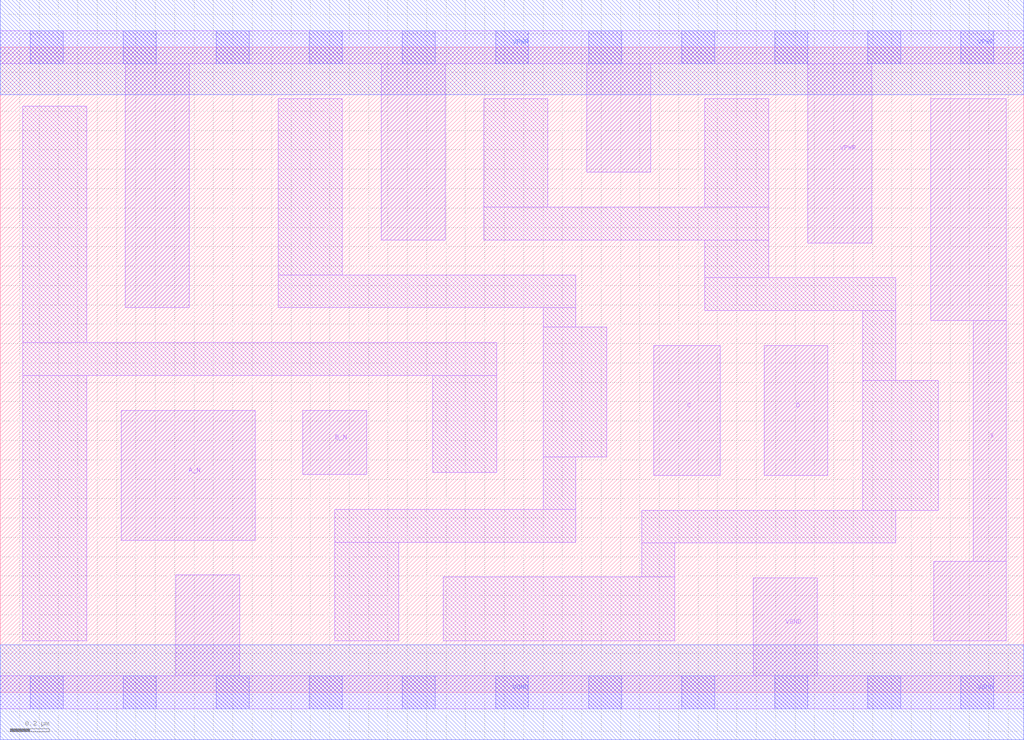
<source format=lef>
# Copyright 2020 The SkyWater PDK Authors
#
# Licensed under the Apache License, Version 2.0 (the "License");
# you may not use this file except in compliance with the License.
# You may obtain a copy of the License at
#
#     https://www.apache.org/licenses/LICENSE-2.0
#
# Unless required by applicable law or agreed to in writing, software
# distributed under the License is distributed on an "AS IS" BASIS,
# WITHOUT WARRANTIES OR CONDITIONS OF ANY KIND, either express or implied.
# See the License for the specific language governing permissions and
# limitations under the License.
#
# SPDX-License-Identifier: Apache-2.0

VERSION 5.7 ;
  NAMESCASESENSITIVE ON ;
  NOWIREEXTENSIONATPIN ON ;
  DIVIDERCHAR "/" ;
  BUSBITCHARS "[]" ;
UNITS
  DATABASE MICRONS 200 ;
END UNITS
MACRO sky130_fd_sc_lp__and4bb_lp
  CLASS CORE ;
  SOURCE USER ;
  FOREIGN sky130_fd_sc_lp__and4bb_lp ;
  ORIGIN  0.000000  0.000000 ;
  SIZE  5.280000 BY  3.330000 ;
  SYMMETRY X Y R90 ;
  SITE unit ;
  PIN A_N
    ANTENNAGATEAREA  0.376000 ;
    DIRECTION INPUT ;
    USE SIGNAL ;
    PORT
      LAYER li1 ;
        RECT 0.625000 0.785000 1.315000 1.455000 ;
    END
  END A_N
  PIN B_N
    ANTENNAGATEAREA  0.376000 ;
    DIRECTION INPUT ;
    USE SIGNAL ;
    PORT
      LAYER li1 ;
        RECT 1.560000 1.125000 1.890000 1.455000 ;
    END
  END B_N
  PIN C
    ANTENNAGATEAREA  0.313000 ;
    DIRECTION INPUT ;
    USE SIGNAL ;
    PORT
      LAYER li1 ;
        RECT 3.370000 1.120000 3.715000 1.790000 ;
    END
  END C
  PIN D
    ANTENNAGATEAREA  0.313000 ;
    DIRECTION INPUT ;
    USE SIGNAL ;
    PORT
      LAYER li1 ;
        RECT 3.940000 1.120000 4.270000 1.790000 ;
    END
  END D
  PIN X
    ANTENNADIFFAREA  0.404700 ;
    DIRECTION OUTPUT ;
    USE SIGNAL ;
    PORT
      LAYER li1 ;
        RECT 4.800000 1.920000 5.190000 3.065000 ;
        RECT 4.815000 0.265000 5.190000 0.675000 ;
        RECT 5.020000 0.675000 5.190000 1.920000 ;
    END
  END X
  PIN VGND
    DIRECTION INOUT ;
    USE GROUND ;
    PORT
      LAYER li1 ;
        RECT 0.000000 -0.085000 5.280000 0.085000 ;
        RECT 0.905000  0.085000 1.235000 0.605000 ;
        RECT 3.885000  0.085000 4.215000 0.590000 ;
      LAYER mcon ;
        RECT 0.155000 -0.085000 0.325000 0.085000 ;
        RECT 0.635000 -0.085000 0.805000 0.085000 ;
        RECT 1.115000 -0.085000 1.285000 0.085000 ;
        RECT 1.595000 -0.085000 1.765000 0.085000 ;
        RECT 2.075000 -0.085000 2.245000 0.085000 ;
        RECT 2.555000 -0.085000 2.725000 0.085000 ;
        RECT 3.035000 -0.085000 3.205000 0.085000 ;
        RECT 3.515000 -0.085000 3.685000 0.085000 ;
        RECT 3.995000 -0.085000 4.165000 0.085000 ;
        RECT 4.475000 -0.085000 4.645000 0.085000 ;
        RECT 4.955000 -0.085000 5.125000 0.085000 ;
      LAYER met1 ;
        RECT 0.000000 -0.245000 5.280000 0.245000 ;
    END
  END VGND
  PIN VPWR
    DIRECTION INOUT ;
    USE POWER ;
    PORT
      LAYER li1 ;
        RECT 0.000000 3.245000 5.280000 3.415000 ;
        RECT 0.645000 1.985000 0.975000 3.245000 ;
        RECT 1.965000 2.335000 2.295000 3.245000 ;
        RECT 3.025000 2.685000 3.355000 3.245000 ;
        RECT 4.165000 2.320000 4.495000 3.245000 ;
      LAYER mcon ;
        RECT 0.155000 3.245000 0.325000 3.415000 ;
        RECT 0.635000 3.245000 0.805000 3.415000 ;
        RECT 1.115000 3.245000 1.285000 3.415000 ;
        RECT 1.595000 3.245000 1.765000 3.415000 ;
        RECT 2.075000 3.245000 2.245000 3.415000 ;
        RECT 2.555000 3.245000 2.725000 3.415000 ;
        RECT 3.035000 3.245000 3.205000 3.415000 ;
        RECT 3.515000 3.245000 3.685000 3.415000 ;
        RECT 3.995000 3.245000 4.165000 3.415000 ;
        RECT 4.475000 3.245000 4.645000 3.415000 ;
        RECT 4.955000 3.245000 5.125000 3.415000 ;
      LAYER met1 ;
        RECT 0.000000 3.085000 5.280000 3.575000 ;
    END
  END VPWR
  OBS
    LAYER li1 ;
      RECT 0.115000 0.265000 0.445000 1.635000 ;
      RECT 0.115000 1.635000 2.560000 1.805000 ;
      RECT 0.115000 1.805000 0.445000 3.025000 ;
      RECT 1.435000 1.985000 2.970000 2.155000 ;
      RECT 1.435000 2.155000 1.765000 3.065000 ;
      RECT 1.725000 0.265000 2.055000 0.775000 ;
      RECT 1.725000 0.775000 2.970000 0.945000 ;
      RECT 2.230000 1.135000 2.560000 1.635000 ;
      RECT 2.285000 0.265000 3.480000 0.595000 ;
      RECT 2.495000 2.335000 3.965000 2.505000 ;
      RECT 2.495000 2.505000 2.825000 3.065000 ;
      RECT 2.800000 0.945000 2.970000 1.215000 ;
      RECT 2.800000 1.215000 3.130000 1.885000 ;
      RECT 2.800000 1.885000 2.970000 1.985000 ;
      RECT 3.310000 0.595000 3.480000 0.770000 ;
      RECT 3.310000 0.770000 4.620000 0.940000 ;
      RECT 3.635000 1.970000 4.620000 2.140000 ;
      RECT 3.635000 2.140000 3.965000 2.335000 ;
      RECT 3.635000 2.505000 3.965000 3.065000 ;
      RECT 4.450000 0.940000 4.840000 1.610000 ;
      RECT 4.450000 1.610000 4.620000 1.970000 ;
  END
END sky130_fd_sc_lp__and4bb_lp

</source>
